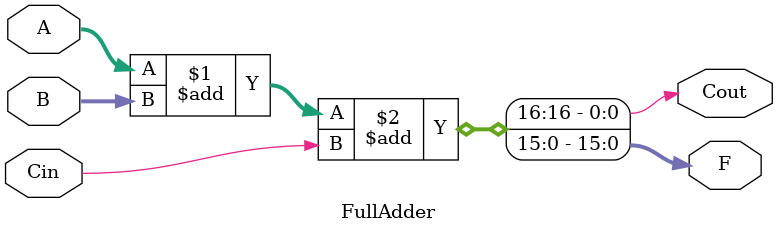
<source format=v>
module CarrySelectAdder (
    input [31:0] A,
    input [31:0] B,
    input Cin,
    output [31:0] F,
    output Cout
);

  wire [15:0] F0, F1;
  wire CS, Cout0, Cout1;

  FullAdder FAL (.A(A[15:0]), .B(B[15:0]), .Cin(Cin), .F(F[15:0]), .Cout(CS));
  FullAdder FAU0 (.A(A[31:16]), .B(B[31:16]), .Cin(1'b0), .F(F0), .Cout(Cout0));
  FullAdder FAU1 (.A(A[31:16]), .B(B[31:16]), .Cin(1'b1), .F(F1), .Cout(Cout1));

  assign F[31:16] = CS ? F1 : F0;
  assign Cout = CS ? Cout1 : Cout0;

endmodule

module FullAdder (
    input [15:0] A,
    input [15:0] B,
    input Cin,
    output [15:0] F,
    output Cout
);

  assign {Cout, F} = A + B + Cin;

endmodule

</source>
